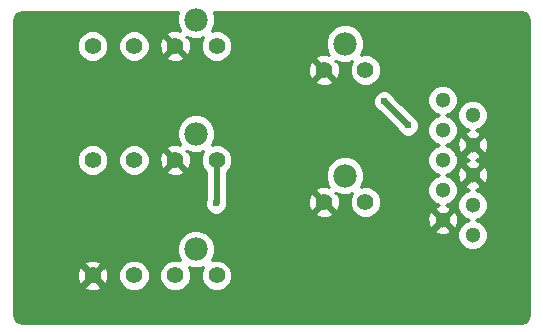
<source format=gbr>
G04 #@! TF.FileFunction,Copper,L2,Bot,Signal*
%FSLAX46Y46*%
G04 Gerber Fmt 4.6, Leading zero omitted, Abs format (unit mm)*
G04 Created by KiCad (PCBNEW 4.0.7-e2-6376~58~ubuntu16.04.1) date Mon Jan 22 14:14:19 2018*
%MOMM*%
%LPD*%
G01*
G04 APERTURE LIST*
%ADD10C,0.100000*%
%ADD11C,1.397000*%
%ADD12C,1.981000*%
%ADD13C,1.300000*%
%ADD14C,0.609600*%
%ADD15C,0.508000*%
%ADD16C,0.254000*%
G04 APERTURE END LIST*
D10*
D11*
X133195000Y-100457000D03*
X136695000Y-100457000D03*
D12*
X134945000Y-98227000D03*
D11*
X129695000Y-100457000D03*
X126195000Y-100457000D03*
D13*
X158369000Y-91948000D03*
X158369000Y-94488000D03*
X158369000Y-97028000D03*
X158369000Y-89408000D03*
X155829000Y-95758000D03*
X155829000Y-93218000D03*
X155829000Y-90678000D03*
X155829000Y-88138000D03*
X158369000Y-86868000D03*
X155829000Y-85598000D03*
D11*
X145796000Y-94234000D03*
X149296000Y-94234000D03*
D12*
X147546000Y-92004000D03*
D11*
X145796000Y-83058000D03*
X149296000Y-83058000D03*
D12*
X147546000Y-80828000D03*
D11*
X133195000Y-90678000D03*
X136695000Y-90678000D03*
D12*
X134945000Y-88448000D03*
D11*
X129695000Y-90678000D03*
X126195000Y-90678000D03*
X133195000Y-81026000D03*
X136695000Y-81026000D03*
D12*
X134945000Y-78796000D03*
D11*
X129695000Y-81026000D03*
X126195000Y-81026000D03*
D14*
X136652000Y-94361000D03*
X150876000Y-85725000D03*
X152908000Y-87757000D03*
D15*
X136695000Y-90678000D02*
X136695000Y-94318000D01*
X136695000Y-94318000D02*
X136652000Y-94361000D01*
X152908000Y-87757000D02*
X150876000Y-85725000D01*
D16*
G36*
X133319783Y-78471250D02*
X133319219Y-79117913D01*
X133566165Y-79715569D01*
X133608304Y-79757781D01*
X133387520Y-79680073D01*
X132857801Y-79708852D01*
X132502071Y-79856200D01*
X132440417Y-80091812D01*
X133195000Y-80846395D01*
X133209143Y-80832253D01*
X133388748Y-81011858D01*
X133374605Y-81026000D01*
X134129188Y-81780583D01*
X134364800Y-81718929D01*
X134540927Y-81218520D01*
X134512148Y-80688801D01*
X134364800Y-80333071D01*
X134129190Y-80271418D01*
X134167422Y-80233186D01*
X134620250Y-80421217D01*
X135266913Y-80421781D01*
X135550689Y-80304527D01*
X135361732Y-80759587D01*
X135361269Y-81290086D01*
X135563854Y-81780380D01*
X135938647Y-82155827D01*
X136428587Y-82359268D01*
X136959086Y-82359731D01*
X137449380Y-82157146D01*
X137482772Y-82123812D01*
X145041417Y-82123812D01*
X145796000Y-82878395D01*
X145810143Y-82864253D01*
X145989748Y-83043858D01*
X145975605Y-83058000D01*
X146730188Y-83812583D01*
X146965800Y-83750929D01*
X147141927Y-83250520D01*
X147113148Y-82720801D01*
X146965800Y-82365071D01*
X146730190Y-82303418D01*
X146768422Y-82265186D01*
X147221250Y-82453217D01*
X147867913Y-82453781D01*
X148151689Y-82336527D01*
X147962732Y-82791587D01*
X147962269Y-83322086D01*
X148164854Y-83812380D01*
X148539647Y-84187827D01*
X149029587Y-84391268D01*
X149560086Y-84391731D01*
X150050380Y-84189146D01*
X150425827Y-83814353D01*
X150629268Y-83324413D01*
X150629731Y-82793914D01*
X150427146Y-82303620D01*
X150052353Y-81928173D01*
X149562413Y-81724732D01*
X149031914Y-81724269D01*
X148890406Y-81782739D01*
X148923228Y-81749974D01*
X149171217Y-81152750D01*
X149171781Y-80506087D01*
X148924835Y-79908431D01*
X148467974Y-79450772D01*
X147870750Y-79202783D01*
X147224087Y-79202219D01*
X146626431Y-79449165D01*
X146168772Y-79906026D01*
X145920783Y-80503250D01*
X145920219Y-81149913D01*
X146167165Y-81747569D01*
X146209304Y-81789781D01*
X145988520Y-81712073D01*
X145458801Y-81740852D01*
X145103071Y-81888200D01*
X145041417Y-82123812D01*
X137482772Y-82123812D01*
X137824827Y-81782353D01*
X138028268Y-81292413D01*
X138028731Y-80761914D01*
X137826146Y-80271620D01*
X137451353Y-79896173D01*
X136961413Y-79692732D01*
X136430914Y-79692269D01*
X136289406Y-79750739D01*
X136322228Y-79717974D01*
X136570217Y-79120750D01*
X136570781Y-78474087D01*
X136449267Y-78180000D01*
X162490070Y-78180000D01*
X162768979Y-78235478D01*
X162946145Y-78353856D01*
X163064521Y-78531019D01*
X163120000Y-78809931D01*
X163120000Y-103816069D01*
X163064521Y-104094981D01*
X162946145Y-104272144D01*
X162768979Y-104390522D01*
X162490070Y-104446000D01*
X120211931Y-104446000D01*
X119933019Y-104390521D01*
X119755856Y-104272145D01*
X119637478Y-104094979D01*
X119582000Y-103816070D01*
X119582000Y-101391188D01*
X125440417Y-101391188D01*
X125502071Y-101626800D01*
X126002480Y-101802927D01*
X126532199Y-101774148D01*
X126887929Y-101626800D01*
X126949583Y-101391188D01*
X126195000Y-100636605D01*
X125440417Y-101391188D01*
X119582000Y-101391188D01*
X119582000Y-100264480D01*
X124849073Y-100264480D01*
X124877852Y-100794199D01*
X125025200Y-101149929D01*
X125260812Y-101211583D01*
X126015395Y-100457000D01*
X126374605Y-100457000D01*
X127129188Y-101211583D01*
X127364800Y-101149929D01*
X127515738Y-100721086D01*
X128361269Y-100721086D01*
X128563854Y-101211380D01*
X128938647Y-101586827D01*
X129428587Y-101790268D01*
X129959086Y-101790731D01*
X130449380Y-101588146D01*
X130824827Y-101213353D01*
X131028268Y-100723413D01*
X131028270Y-100721086D01*
X131861269Y-100721086D01*
X132063854Y-101211380D01*
X132438647Y-101586827D01*
X132928587Y-101790268D01*
X133459086Y-101790731D01*
X133949380Y-101588146D01*
X134324827Y-101213353D01*
X134528268Y-100723413D01*
X134528731Y-100192914D01*
X134339849Y-99735784D01*
X134620250Y-99852217D01*
X135266913Y-99852781D01*
X135550689Y-99735527D01*
X135361732Y-100190587D01*
X135361269Y-100721086D01*
X135563854Y-101211380D01*
X135938647Y-101586827D01*
X136428587Y-101790268D01*
X136959086Y-101790731D01*
X137449380Y-101588146D01*
X137824827Y-101213353D01*
X138028268Y-100723413D01*
X138028731Y-100192914D01*
X137826146Y-99702620D01*
X137451353Y-99327173D01*
X136961413Y-99123732D01*
X136430914Y-99123269D01*
X136289406Y-99181739D01*
X136322228Y-99148974D01*
X136570217Y-98551750D01*
X136570781Y-97905087D01*
X136323835Y-97307431D01*
X135866974Y-96849772D01*
X135402766Y-96657016D01*
X155109590Y-96657016D01*
X155165271Y-96887611D01*
X155648078Y-97055622D01*
X156158428Y-97026083D01*
X156492729Y-96887611D01*
X156548410Y-96657016D01*
X155829000Y-95937605D01*
X155109590Y-96657016D01*
X135402766Y-96657016D01*
X135269750Y-96601783D01*
X134623087Y-96601219D01*
X134025431Y-96848165D01*
X133567772Y-97305026D01*
X133319783Y-97902250D01*
X133319219Y-98548913D01*
X133566165Y-99146569D01*
X133601390Y-99181856D01*
X133461413Y-99123732D01*
X132930914Y-99123269D01*
X132440620Y-99325854D01*
X132065173Y-99700647D01*
X131861732Y-100190587D01*
X131861269Y-100721086D01*
X131028270Y-100721086D01*
X131028731Y-100192914D01*
X130826146Y-99702620D01*
X130451353Y-99327173D01*
X129961413Y-99123732D01*
X129430914Y-99123269D01*
X128940620Y-99325854D01*
X128565173Y-99700647D01*
X128361732Y-100190587D01*
X128361269Y-100721086D01*
X127515738Y-100721086D01*
X127540927Y-100649520D01*
X127512148Y-100119801D01*
X127364800Y-99764071D01*
X127129188Y-99702417D01*
X126374605Y-100457000D01*
X126015395Y-100457000D01*
X125260812Y-99702417D01*
X125025200Y-99764071D01*
X124849073Y-100264480D01*
X119582000Y-100264480D01*
X119582000Y-99522812D01*
X125440417Y-99522812D01*
X126195000Y-100277395D01*
X126949583Y-99522812D01*
X126887929Y-99287200D01*
X126387520Y-99111073D01*
X125857801Y-99139852D01*
X125502071Y-99287200D01*
X125440417Y-99522812D01*
X119582000Y-99522812D01*
X119582000Y-90942086D01*
X124861269Y-90942086D01*
X125063854Y-91432380D01*
X125438647Y-91807827D01*
X125928587Y-92011268D01*
X126459086Y-92011731D01*
X126949380Y-91809146D01*
X127324827Y-91434353D01*
X127528268Y-90944413D01*
X127528270Y-90942086D01*
X128361269Y-90942086D01*
X128563854Y-91432380D01*
X128938647Y-91807827D01*
X129428587Y-92011268D01*
X129959086Y-92011731D01*
X130449380Y-91809146D01*
X130646681Y-91612188D01*
X132440417Y-91612188D01*
X132502071Y-91847800D01*
X133002480Y-92023927D01*
X133532199Y-91995148D01*
X133887929Y-91847800D01*
X133949583Y-91612188D01*
X133195000Y-90857605D01*
X132440417Y-91612188D01*
X130646681Y-91612188D01*
X130824827Y-91434353D01*
X131028268Y-90944413D01*
X131028668Y-90485480D01*
X131849073Y-90485480D01*
X131877852Y-91015199D01*
X132025200Y-91370929D01*
X132260812Y-91432583D01*
X133015395Y-90678000D01*
X132260812Y-89923417D01*
X132025200Y-89985071D01*
X131849073Y-90485480D01*
X131028668Y-90485480D01*
X131028731Y-90413914D01*
X130826146Y-89923620D01*
X130646652Y-89743812D01*
X132440417Y-89743812D01*
X133195000Y-90498395D01*
X133209143Y-90484253D01*
X133388748Y-90663858D01*
X133374605Y-90678000D01*
X134129188Y-91432583D01*
X134364800Y-91370929D01*
X134540927Y-90870520D01*
X134512148Y-90340801D01*
X134364800Y-89985071D01*
X134129190Y-89923418D01*
X134167422Y-89885186D01*
X134620250Y-90073217D01*
X135266913Y-90073781D01*
X135550689Y-89956527D01*
X135361732Y-90411587D01*
X135361269Y-90942086D01*
X135563854Y-91432380D01*
X135806000Y-91674949D01*
X135806000Y-93947740D01*
X135712363Y-94173242D01*
X135712037Y-94547118D01*
X135854812Y-94892659D01*
X136118951Y-95157259D01*
X136464242Y-95300637D01*
X136838118Y-95300963D01*
X137159457Y-95168188D01*
X145041417Y-95168188D01*
X145103071Y-95403800D01*
X145603480Y-95579927D01*
X145655919Y-95577078D01*
X154531378Y-95577078D01*
X154560917Y-96087428D01*
X154699389Y-96421729D01*
X154929984Y-96477410D01*
X155649395Y-95758000D01*
X156008605Y-95758000D01*
X156728016Y-96477410D01*
X156958611Y-96421729D01*
X157126622Y-95938922D01*
X157097083Y-95428572D01*
X156958611Y-95094271D01*
X156728016Y-95038590D01*
X156008605Y-95758000D01*
X155649395Y-95758000D01*
X154929984Y-95038590D01*
X154699389Y-95094271D01*
X154531378Y-95577078D01*
X145655919Y-95577078D01*
X146133199Y-95551148D01*
X146488929Y-95403800D01*
X146550583Y-95168188D01*
X145796000Y-94413605D01*
X145041417Y-95168188D01*
X137159457Y-95168188D01*
X137183659Y-95158188D01*
X137448259Y-94894049D01*
X137591637Y-94548758D01*
X137591963Y-94174882D01*
X137584000Y-94155610D01*
X137584000Y-94041480D01*
X144450073Y-94041480D01*
X144478852Y-94571199D01*
X144626200Y-94926929D01*
X144861812Y-94988583D01*
X145616395Y-94234000D01*
X144861812Y-93479417D01*
X144626200Y-93541071D01*
X144450073Y-94041480D01*
X137584000Y-94041480D01*
X137584000Y-93299812D01*
X145041417Y-93299812D01*
X145796000Y-94054395D01*
X145810143Y-94040253D01*
X145989748Y-94219858D01*
X145975605Y-94234000D01*
X146730188Y-94988583D01*
X146965800Y-94926929D01*
X147141927Y-94426520D01*
X147113148Y-93896801D01*
X146965800Y-93541071D01*
X146730190Y-93479418D01*
X146768422Y-93441186D01*
X147221250Y-93629217D01*
X147867913Y-93629781D01*
X148151689Y-93512527D01*
X147962732Y-93967587D01*
X147962269Y-94498086D01*
X148164854Y-94988380D01*
X148539647Y-95363827D01*
X149029587Y-95567268D01*
X149560086Y-95567731D01*
X150050380Y-95365146D01*
X150425827Y-94990353D01*
X150629268Y-94500413D01*
X150629731Y-93969914D01*
X150427146Y-93479620D01*
X150052353Y-93104173D01*
X149562413Y-92900732D01*
X149031914Y-92900269D01*
X148890406Y-92958739D01*
X148923228Y-92925974D01*
X149171217Y-92328750D01*
X149171781Y-91682087D01*
X148924835Y-91084431D01*
X148467974Y-90626772D01*
X147870750Y-90378783D01*
X147224087Y-90378219D01*
X146626431Y-90625165D01*
X146168772Y-91082026D01*
X145920783Y-91679250D01*
X145920219Y-92325913D01*
X146167165Y-92923569D01*
X146209304Y-92965781D01*
X145988520Y-92888073D01*
X145458801Y-92916852D01*
X145103071Y-93064200D01*
X145041417Y-93299812D01*
X137584000Y-93299812D01*
X137584000Y-91674760D01*
X137824827Y-91434353D01*
X138028268Y-90944413D01*
X138028731Y-90413914D01*
X137826146Y-89923620D01*
X137451353Y-89548173D01*
X136961413Y-89344732D01*
X136430914Y-89344269D01*
X136289406Y-89402739D01*
X136322228Y-89369974D01*
X136570217Y-88772750D01*
X136570781Y-88126087D01*
X136323835Y-87528431D01*
X135866974Y-87070772D01*
X135269750Y-86822783D01*
X134623087Y-86822219D01*
X134025431Y-87069165D01*
X133567772Y-87526026D01*
X133319783Y-88123250D01*
X133319219Y-88769913D01*
X133566165Y-89367569D01*
X133608304Y-89409781D01*
X133387520Y-89332073D01*
X132857801Y-89360852D01*
X132502071Y-89508200D01*
X132440417Y-89743812D01*
X130646652Y-89743812D01*
X130451353Y-89548173D01*
X129961413Y-89344732D01*
X129430914Y-89344269D01*
X128940620Y-89546854D01*
X128565173Y-89921647D01*
X128361732Y-90411587D01*
X128361269Y-90942086D01*
X127528270Y-90942086D01*
X127528731Y-90413914D01*
X127326146Y-89923620D01*
X126951353Y-89548173D01*
X126461413Y-89344732D01*
X125930914Y-89344269D01*
X125440620Y-89546854D01*
X125065173Y-89921647D01*
X124861732Y-90411587D01*
X124861269Y-90942086D01*
X119582000Y-90942086D01*
X119582000Y-85911118D01*
X149936037Y-85911118D01*
X150078812Y-86256659D01*
X150342951Y-86521259D01*
X150466201Y-86572437D01*
X152060388Y-88166624D01*
X152110812Y-88288659D01*
X152374951Y-88553259D01*
X152720242Y-88696637D01*
X153094118Y-88696963D01*
X153439659Y-88554188D01*
X153704259Y-88290049D01*
X153847637Y-87944758D01*
X153847963Y-87570882D01*
X153705188Y-87225341D01*
X153441049Y-86960741D01*
X153317799Y-86909563D01*
X152260717Y-85852481D01*
X154543777Y-85852481D01*
X154738995Y-86324943D01*
X155100155Y-86686735D01*
X155537182Y-86868205D01*
X155102057Y-87047995D01*
X154740265Y-87409155D01*
X154544223Y-87881276D01*
X154543777Y-88392481D01*
X154738995Y-88864943D01*
X155100155Y-89226735D01*
X155537182Y-89408205D01*
X155102057Y-89587995D01*
X154740265Y-89949155D01*
X154544223Y-90421276D01*
X154543777Y-90932481D01*
X154738995Y-91404943D01*
X155100155Y-91766735D01*
X155537182Y-91948205D01*
X155102057Y-92127995D01*
X154740265Y-92489155D01*
X154544223Y-92961276D01*
X154543777Y-93472481D01*
X154738995Y-93944943D01*
X155100155Y-94306735D01*
X155536200Y-94487797D01*
X155499572Y-94489917D01*
X155165271Y-94628389D01*
X155109590Y-94858984D01*
X155829000Y-95578395D01*
X156548410Y-94858984D01*
X156520279Y-94742481D01*
X157083777Y-94742481D01*
X157278995Y-95214943D01*
X157640155Y-95576735D01*
X158077182Y-95758205D01*
X157642057Y-95937995D01*
X157280265Y-96299155D01*
X157084223Y-96771276D01*
X157083777Y-97282481D01*
X157278995Y-97754943D01*
X157640155Y-98116735D01*
X158112276Y-98312777D01*
X158623481Y-98313223D01*
X159095943Y-98118005D01*
X159457735Y-97756845D01*
X159653777Y-97284724D01*
X159654223Y-96773519D01*
X159459005Y-96301057D01*
X159097845Y-95939265D01*
X158660818Y-95757795D01*
X159095943Y-95578005D01*
X159457735Y-95216845D01*
X159653777Y-94744724D01*
X159654223Y-94233519D01*
X159459005Y-93761057D01*
X159097845Y-93399265D01*
X158661800Y-93218203D01*
X158698428Y-93216083D01*
X159032729Y-93077611D01*
X159088410Y-92847016D01*
X158369000Y-92127605D01*
X157649590Y-92847016D01*
X157705271Y-93077611D01*
X158091860Y-93212139D01*
X157642057Y-93397995D01*
X157280265Y-93759155D01*
X157084223Y-94231276D01*
X157083777Y-94742481D01*
X156520279Y-94742481D01*
X156492729Y-94628389D01*
X156106140Y-94493861D01*
X156555943Y-94308005D01*
X156917735Y-93946845D01*
X157113777Y-93474724D01*
X157114223Y-92963519D01*
X156919005Y-92491057D01*
X156557845Y-92129265D01*
X156120818Y-91947795D01*
X156555943Y-91768005D01*
X156556871Y-91767078D01*
X157071378Y-91767078D01*
X157100917Y-92277428D01*
X157239389Y-92611729D01*
X157469984Y-92667410D01*
X158189395Y-91948000D01*
X158548605Y-91948000D01*
X159268016Y-92667410D01*
X159498611Y-92611729D01*
X159666622Y-92128922D01*
X159637083Y-91618572D01*
X159498611Y-91284271D01*
X159268016Y-91228590D01*
X158548605Y-91948000D01*
X158189395Y-91948000D01*
X157469984Y-91228590D01*
X157239389Y-91284271D01*
X157071378Y-91767078D01*
X156556871Y-91767078D01*
X156917735Y-91406845D01*
X157113777Y-90934724D01*
X157114223Y-90423519D01*
X157066085Y-90307016D01*
X157649590Y-90307016D01*
X157705271Y-90537611D01*
X158103566Y-90676213D01*
X158039572Y-90679917D01*
X157705271Y-90818389D01*
X157649590Y-91048984D01*
X158369000Y-91768395D01*
X159088410Y-91048984D01*
X159032729Y-90818389D01*
X158634434Y-90679787D01*
X158698428Y-90676083D01*
X159032729Y-90537611D01*
X159088410Y-90307016D01*
X158369000Y-89587605D01*
X157649590Y-90307016D01*
X157066085Y-90307016D01*
X156919005Y-89951057D01*
X156557845Y-89589265D01*
X156120818Y-89407795D01*
X156555943Y-89228005D01*
X156556871Y-89227078D01*
X157071378Y-89227078D01*
X157100917Y-89737428D01*
X157239389Y-90071729D01*
X157469984Y-90127410D01*
X158189395Y-89408000D01*
X158548605Y-89408000D01*
X159268016Y-90127410D01*
X159498611Y-90071729D01*
X159666622Y-89588922D01*
X159637083Y-89078572D01*
X159498611Y-88744271D01*
X159268016Y-88688590D01*
X158548605Y-89408000D01*
X158189395Y-89408000D01*
X157469984Y-88688590D01*
X157239389Y-88744271D01*
X157071378Y-89227078D01*
X156556871Y-89227078D01*
X156917735Y-88866845D01*
X157113777Y-88394724D01*
X157114223Y-87883519D01*
X156919005Y-87411057D01*
X156630934Y-87122481D01*
X157083777Y-87122481D01*
X157278995Y-87594943D01*
X157640155Y-87956735D01*
X158076200Y-88137797D01*
X158039572Y-88139917D01*
X157705271Y-88278389D01*
X157649590Y-88508984D01*
X158369000Y-89228395D01*
X159088410Y-88508984D01*
X159032729Y-88278389D01*
X158646140Y-88143861D01*
X159095943Y-87958005D01*
X159457735Y-87596845D01*
X159653777Y-87124724D01*
X159654223Y-86613519D01*
X159459005Y-86141057D01*
X159097845Y-85779265D01*
X158625724Y-85583223D01*
X158114519Y-85582777D01*
X157642057Y-85777995D01*
X157280265Y-86139155D01*
X157084223Y-86611276D01*
X157083777Y-87122481D01*
X156630934Y-87122481D01*
X156557845Y-87049265D01*
X156120818Y-86867795D01*
X156555943Y-86688005D01*
X156917735Y-86326845D01*
X157113777Y-85854724D01*
X157114223Y-85343519D01*
X156919005Y-84871057D01*
X156557845Y-84509265D01*
X156085724Y-84313223D01*
X155574519Y-84312777D01*
X155102057Y-84507995D01*
X154740265Y-84869155D01*
X154544223Y-85341276D01*
X154543777Y-85852481D01*
X152260717Y-85852481D01*
X151723612Y-85315376D01*
X151673188Y-85193341D01*
X151409049Y-84928741D01*
X151063758Y-84785363D01*
X150689882Y-84785037D01*
X150344341Y-84927812D01*
X150079741Y-85191951D01*
X149936363Y-85537242D01*
X149936037Y-85911118D01*
X119582000Y-85911118D01*
X119582000Y-83992188D01*
X145041417Y-83992188D01*
X145103071Y-84227800D01*
X145603480Y-84403927D01*
X146133199Y-84375148D01*
X146488929Y-84227800D01*
X146550583Y-83992188D01*
X145796000Y-83237605D01*
X145041417Y-83992188D01*
X119582000Y-83992188D01*
X119582000Y-82865480D01*
X144450073Y-82865480D01*
X144478852Y-83395199D01*
X144626200Y-83750929D01*
X144861812Y-83812583D01*
X145616395Y-83058000D01*
X144861812Y-82303417D01*
X144626200Y-82365071D01*
X144450073Y-82865480D01*
X119582000Y-82865480D01*
X119582000Y-81290086D01*
X124861269Y-81290086D01*
X125063854Y-81780380D01*
X125438647Y-82155827D01*
X125928587Y-82359268D01*
X126459086Y-82359731D01*
X126949380Y-82157146D01*
X127324827Y-81782353D01*
X127528268Y-81292413D01*
X127528270Y-81290086D01*
X128361269Y-81290086D01*
X128563854Y-81780380D01*
X128938647Y-82155827D01*
X129428587Y-82359268D01*
X129959086Y-82359731D01*
X130449380Y-82157146D01*
X130646681Y-81960188D01*
X132440417Y-81960188D01*
X132502071Y-82195800D01*
X133002480Y-82371927D01*
X133532199Y-82343148D01*
X133887929Y-82195800D01*
X133949583Y-81960188D01*
X133195000Y-81205605D01*
X132440417Y-81960188D01*
X130646681Y-81960188D01*
X130824827Y-81782353D01*
X131028268Y-81292413D01*
X131028668Y-80833480D01*
X131849073Y-80833480D01*
X131877852Y-81363199D01*
X132025200Y-81718929D01*
X132260812Y-81780583D01*
X133015395Y-81026000D01*
X132260812Y-80271417D01*
X132025200Y-80333071D01*
X131849073Y-80833480D01*
X131028668Y-80833480D01*
X131028731Y-80761914D01*
X130826146Y-80271620D01*
X130451353Y-79896173D01*
X129961413Y-79692732D01*
X129430914Y-79692269D01*
X128940620Y-79894854D01*
X128565173Y-80269647D01*
X128361732Y-80759587D01*
X128361269Y-81290086D01*
X127528270Y-81290086D01*
X127528731Y-80761914D01*
X127326146Y-80271620D01*
X126951353Y-79896173D01*
X126461413Y-79692732D01*
X125930914Y-79692269D01*
X125440620Y-79894854D01*
X125065173Y-80269647D01*
X124861732Y-80759587D01*
X124861269Y-81290086D01*
X119582000Y-81290086D01*
X119582000Y-78809930D01*
X119637478Y-78531021D01*
X119755856Y-78353855D01*
X119933019Y-78235479D01*
X120211931Y-78180000D01*
X133440721Y-78180000D01*
X133319783Y-78471250D01*
X133319783Y-78471250D01*
G37*
X133319783Y-78471250D02*
X133319219Y-79117913D01*
X133566165Y-79715569D01*
X133608304Y-79757781D01*
X133387520Y-79680073D01*
X132857801Y-79708852D01*
X132502071Y-79856200D01*
X132440417Y-80091812D01*
X133195000Y-80846395D01*
X133209143Y-80832253D01*
X133388748Y-81011858D01*
X133374605Y-81026000D01*
X134129188Y-81780583D01*
X134364800Y-81718929D01*
X134540927Y-81218520D01*
X134512148Y-80688801D01*
X134364800Y-80333071D01*
X134129190Y-80271418D01*
X134167422Y-80233186D01*
X134620250Y-80421217D01*
X135266913Y-80421781D01*
X135550689Y-80304527D01*
X135361732Y-80759587D01*
X135361269Y-81290086D01*
X135563854Y-81780380D01*
X135938647Y-82155827D01*
X136428587Y-82359268D01*
X136959086Y-82359731D01*
X137449380Y-82157146D01*
X137482772Y-82123812D01*
X145041417Y-82123812D01*
X145796000Y-82878395D01*
X145810143Y-82864253D01*
X145989748Y-83043858D01*
X145975605Y-83058000D01*
X146730188Y-83812583D01*
X146965800Y-83750929D01*
X147141927Y-83250520D01*
X147113148Y-82720801D01*
X146965800Y-82365071D01*
X146730190Y-82303418D01*
X146768422Y-82265186D01*
X147221250Y-82453217D01*
X147867913Y-82453781D01*
X148151689Y-82336527D01*
X147962732Y-82791587D01*
X147962269Y-83322086D01*
X148164854Y-83812380D01*
X148539647Y-84187827D01*
X149029587Y-84391268D01*
X149560086Y-84391731D01*
X150050380Y-84189146D01*
X150425827Y-83814353D01*
X150629268Y-83324413D01*
X150629731Y-82793914D01*
X150427146Y-82303620D01*
X150052353Y-81928173D01*
X149562413Y-81724732D01*
X149031914Y-81724269D01*
X148890406Y-81782739D01*
X148923228Y-81749974D01*
X149171217Y-81152750D01*
X149171781Y-80506087D01*
X148924835Y-79908431D01*
X148467974Y-79450772D01*
X147870750Y-79202783D01*
X147224087Y-79202219D01*
X146626431Y-79449165D01*
X146168772Y-79906026D01*
X145920783Y-80503250D01*
X145920219Y-81149913D01*
X146167165Y-81747569D01*
X146209304Y-81789781D01*
X145988520Y-81712073D01*
X145458801Y-81740852D01*
X145103071Y-81888200D01*
X145041417Y-82123812D01*
X137482772Y-82123812D01*
X137824827Y-81782353D01*
X138028268Y-81292413D01*
X138028731Y-80761914D01*
X137826146Y-80271620D01*
X137451353Y-79896173D01*
X136961413Y-79692732D01*
X136430914Y-79692269D01*
X136289406Y-79750739D01*
X136322228Y-79717974D01*
X136570217Y-79120750D01*
X136570781Y-78474087D01*
X136449267Y-78180000D01*
X162490070Y-78180000D01*
X162768979Y-78235478D01*
X162946145Y-78353856D01*
X163064521Y-78531019D01*
X163120000Y-78809931D01*
X163120000Y-103816069D01*
X163064521Y-104094981D01*
X162946145Y-104272144D01*
X162768979Y-104390522D01*
X162490070Y-104446000D01*
X120211931Y-104446000D01*
X119933019Y-104390521D01*
X119755856Y-104272145D01*
X119637478Y-104094979D01*
X119582000Y-103816070D01*
X119582000Y-101391188D01*
X125440417Y-101391188D01*
X125502071Y-101626800D01*
X126002480Y-101802927D01*
X126532199Y-101774148D01*
X126887929Y-101626800D01*
X126949583Y-101391188D01*
X126195000Y-100636605D01*
X125440417Y-101391188D01*
X119582000Y-101391188D01*
X119582000Y-100264480D01*
X124849073Y-100264480D01*
X124877852Y-100794199D01*
X125025200Y-101149929D01*
X125260812Y-101211583D01*
X126015395Y-100457000D01*
X126374605Y-100457000D01*
X127129188Y-101211583D01*
X127364800Y-101149929D01*
X127515738Y-100721086D01*
X128361269Y-100721086D01*
X128563854Y-101211380D01*
X128938647Y-101586827D01*
X129428587Y-101790268D01*
X129959086Y-101790731D01*
X130449380Y-101588146D01*
X130824827Y-101213353D01*
X131028268Y-100723413D01*
X131028270Y-100721086D01*
X131861269Y-100721086D01*
X132063854Y-101211380D01*
X132438647Y-101586827D01*
X132928587Y-101790268D01*
X133459086Y-101790731D01*
X133949380Y-101588146D01*
X134324827Y-101213353D01*
X134528268Y-100723413D01*
X134528731Y-100192914D01*
X134339849Y-99735784D01*
X134620250Y-99852217D01*
X135266913Y-99852781D01*
X135550689Y-99735527D01*
X135361732Y-100190587D01*
X135361269Y-100721086D01*
X135563854Y-101211380D01*
X135938647Y-101586827D01*
X136428587Y-101790268D01*
X136959086Y-101790731D01*
X137449380Y-101588146D01*
X137824827Y-101213353D01*
X138028268Y-100723413D01*
X138028731Y-100192914D01*
X137826146Y-99702620D01*
X137451353Y-99327173D01*
X136961413Y-99123732D01*
X136430914Y-99123269D01*
X136289406Y-99181739D01*
X136322228Y-99148974D01*
X136570217Y-98551750D01*
X136570781Y-97905087D01*
X136323835Y-97307431D01*
X135866974Y-96849772D01*
X135402766Y-96657016D01*
X155109590Y-96657016D01*
X155165271Y-96887611D01*
X155648078Y-97055622D01*
X156158428Y-97026083D01*
X156492729Y-96887611D01*
X156548410Y-96657016D01*
X155829000Y-95937605D01*
X155109590Y-96657016D01*
X135402766Y-96657016D01*
X135269750Y-96601783D01*
X134623087Y-96601219D01*
X134025431Y-96848165D01*
X133567772Y-97305026D01*
X133319783Y-97902250D01*
X133319219Y-98548913D01*
X133566165Y-99146569D01*
X133601390Y-99181856D01*
X133461413Y-99123732D01*
X132930914Y-99123269D01*
X132440620Y-99325854D01*
X132065173Y-99700647D01*
X131861732Y-100190587D01*
X131861269Y-100721086D01*
X131028270Y-100721086D01*
X131028731Y-100192914D01*
X130826146Y-99702620D01*
X130451353Y-99327173D01*
X129961413Y-99123732D01*
X129430914Y-99123269D01*
X128940620Y-99325854D01*
X128565173Y-99700647D01*
X128361732Y-100190587D01*
X128361269Y-100721086D01*
X127515738Y-100721086D01*
X127540927Y-100649520D01*
X127512148Y-100119801D01*
X127364800Y-99764071D01*
X127129188Y-99702417D01*
X126374605Y-100457000D01*
X126015395Y-100457000D01*
X125260812Y-99702417D01*
X125025200Y-99764071D01*
X124849073Y-100264480D01*
X119582000Y-100264480D01*
X119582000Y-99522812D01*
X125440417Y-99522812D01*
X126195000Y-100277395D01*
X126949583Y-99522812D01*
X126887929Y-99287200D01*
X126387520Y-99111073D01*
X125857801Y-99139852D01*
X125502071Y-99287200D01*
X125440417Y-99522812D01*
X119582000Y-99522812D01*
X119582000Y-90942086D01*
X124861269Y-90942086D01*
X125063854Y-91432380D01*
X125438647Y-91807827D01*
X125928587Y-92011268D01*
X126459086Y-92011731D01*
X126949380Y-91809146D01*
X127324827Y-91434353D01*
X127528268Y-90944413D01*
X127528270Y-90942086D01*
X128361269Y-90942086D01*
X128563854Y-91432380D01*
X128938647Y-91807827D01*
X129428587Y-92011268D01*
X129959086Y-92011731D01*
X130449380Y-91809146D01*
X130646681Y-91612188D01*
X132440417Y-91612188D01*
X132502071Y-91847800D01*
X133002480Y-92023927D01*
X133532199Y-91995148D01*
X133887929Y-91847800D01*
X133949583Y-91612188D01*
X133195000Y-90857605D01*
X132440417Y-91612188D01*
X130646681Y-91612188D01*
X130824827Y-91434353D01*
X131028268Y-90944413D01*
X131028668Y-90485480D01*
X131849073Y-90485480D01*
X131877852Y-91015199D01*
X132025200Y-91370929D01*
X132260812Y-91432583D01*
X133015395Y-90678000D01*
X132260812Y-89923417D01*
X132025200Y-89985071D01*
X131849073Y-90485480D01*
X131028668Y-90485480D01*
X131028731Y-90413914D01*
X130826146Y-89923620D01*
X130646652Y-89743812D01*
X132440417Y-89743812D01*
X133195000Y-90498395D01*
X133209143Y-90484253D01*
X133388748Y-90663858D01*
X133374605Y-90678000D01*
X134129188Y-91432583D01*
X134364800Y-91370929D01*
X134540927Y-90870520D01*
X134512148Y-90340801D01*
X134364800Y-89985071D01*
X134129190Y-89923418D01*
X134167422Y-89885186D01*
X134620250Y-90073217D01*
X135266913Y-90073781D01*
X135550689Y-89956527D01*
X135361732Y-90411587D01*
X135361269Y-90942086D01*
X135563854Y-91432380D01*
X135806000Y-91674949D01*
X135806000Y-93947740D01*
X135712363Y-94173242D01*
X135712037Y-94547118D01*
X135854812Y-94892659D01*
X136118951Y-95157259D01*
X136464242Y-95300637D01*
X136838118Y-95300963D01*
X137159457Y-95168188D01*
X145041417Y-95168188D01*
X145103071Y-95403800D01*
X145603480Y-95579927D01*
X145655919Y-95577078D01*
X154531378Y-95577078D01*
X154560917Y-96087428D01*
X154699389Y-96421729D01*
X154929984Y-96477410D01*
X155649395Y-95758000D01*
X156008605Y-95758000D01*
X156728016Y-96477410D01*
X156958611Y-96421729D01*
X157126622Y-95938922D01*
X157097083Y-95428572D01*
X156958611Y-95094271D01*
X156728016Y-95038590D01*
X156008605Y-95758000D01*
X155649395Y-95758000D01*
X154929984Y-95038590D01*
X154699389Y-95094271D01*
X154531378Y-95577078D01*
X145655919Y-95577078D01*
X146133199Y-95551148D01*
X146488929Y-95403800D01*
X146550583Y-95168188D01*
X145796000Y-94413605D01*
X145041417Y-95168188D01*
X137159457Y-95168188D01*
X137183659Y-95158188D01*
X137448259Y-94894049D01*
X137591637Y-94548758D01*
X137591963Y-94174882D01*
X137584000Y-94155610D01*
X137584000Y-94041480D01*
X144450073Y-94041480D01*
X144478852Y-94571199D01*
X144626200Y-94926929D01*
X144861812Y-94988583D01*
X145616395Y-94234000D01*
X144861812Y-93479417D01*
X144626200Y-93541071D01*
X144450073Y-94041480D01*
X137584000Y-94041480D01*
X137584000Y-93299812D01*
X145041417Y-93299812D01*
X145796000Y-94054395D01*
X145810143Y-94040253D01*
X145989748Y-94219858D01*
X145975605Y-94234000D01*
X146730188Y-94988583D01*
X146965800Y-94926929D01*
X147141927Y-94426520D01*
X147113148Y-93896801D01*
X146965800Y-93541071D01*
X146730190Y-93479418D01*
X146768422Y-93441186D01*
X147221250Y-93629217D01*
X147867913Y-93629781D01*
X148151689Y-93512527D01*
X147962732Y-93967587D01*
X147962269Y-94498086D01*
X148164854Y-94988380D01*
X148539647Y-95363827D01*
X149029587Y-95567268D01*
X149560086Y-95567731D01*
X150050380Y-95365146D01*
X150425827Y-94990353D01*
X150629268Y-94500413D01*
X150629731Y-93969914D01*
X150427146Y-93479620D01*
X150052353Y-93104173D01*
X149562413Y-92900732D01*
X149031914Y-92900269D01*
X148890406Y-92958739D01*
X148923228Y-92925974D01*
X149171217Y-92328750D01*
X149171781Y-91682087D01*
X148924835Y-91084431D01*
X148467974Y-90626772D01*
X147870750Y-90378783D01*
X147224087Y-90378219D01*
X146626431Y-90625165D01*
X146168772Y-91082026D01*
X145920783Y-91679250D01*
X145920219Y-92325913D01*
X146167165Y-92923569D01*
X146209304Y-92965781D01*
X145988520Y-92888073D01*
X145458801Y-92916852D01*
X145103071Y-93064200D01*
X145041417Y-93299812D01*
X137584000Y-93299812D01*
X137584000Y-91674760D01*
X137824827Y-91434353D01*
X138028268Y-90944413D01*
X138028731Y-90413914D01*
X137826146Y-89923620D01*
X137451353Y-89548173D01*
X136961413Y-89344732D01*
X136430914Y-89344269D01*
X136289406Y-89402739D01*
X136322228Y-89369974D01*
X136570217Y-88772750D01*
X136570781Y-88126087D01*
X136323835Y-87528431D01*
X135866974Y-87070772D01*
X135269750Y-86822783D01*
X134623087Y-86822219D01*
X134025431Y-87069165D01*
X133567772Y-87526026D01*
X133319783Y-88123250D01*
X133319219Y-88769913D01*
X133566165Y-89367569D01*
X133608304Y-89409781D01*
X133387520Y-89332073D01*
X132857801Y-89360852D01*
X132502071Y-89508200D01*
X132440417Y-89743812D01*
X130646652Y-89743812D01*
X130451353Y-89548173D01*
X129961413Y-89344732D01*
X129430914Y-89344269D01*
X128940620Y-89546854D01*
X128565173Y-89921647D01*
X128361732Y-90411587D01*
X128361269Y-90942086D01*
X127528270Y-90942086D01*
X127528731Y-90413914D01*
X127326146Y-89923620D01*
X126951353Y-89548173D01*
X126461413Y-89344732D01*
X125930914Y-89344269D01*
X125440620Y-89546854D01*
X125065173Y-89921647D01*
X124861732Y-90411587D01*
X124861269Y-90942086D01*
X119582000Y-90942086D01*
X119582000Y-85911118D01*
X149936037Y-85911118D01*
X150078812Y-86256659D01*
X150342951Y-86521259D01*
X150466201Y-86572437D01*
X152060388Y-88166624D01*
X152110812Y-88288659D01*
X152374951Y-88553259D01*
X152720242Y-88696637D01*
X153094118Y-88696963D01*
X153439659Y-88554188D01*
X153704259Y-88290049D01*
X153847637Y-87944758D01*
X153847963Y-87570882D01*
X153705188Y-87225341D01*
X153441049Y-86960741D01*
X153317799Y-86909563D01*
X152260717Y-85852481D01*
X154543777Y-85852481D01*
X154738995Y-86324943D01*
X155100155Y-86686735D01*
X155537182Y-86868205D01*
X155102057Y-87047995D01*
X154740265Y-87409155D01*
X154544223Y-87881276D01*
X154543777Y-88392481D01*
X154738995Y-88864943D01*
X155100155Y-89226735D01*
X155537182Y-89408205D01*
X155102057Y-89587995D01*
X154740265Y-89949155D01*
X154544223Y-90421276D01*
X154543777Y-90932481D01*
X154738995Y-91404943D01*
X155100155Y-91766735D01*
X155537182Y-91948205D01*
X155102057Y-92127995D01*
X154740265Y-92489155D01*
X154544223Y-92961276D01*
X154543777Y-93472481D01*
X154738995Y-93944943D01*
X155100155Y-94306735D01*
X155536200Y-94487797D01*
X155499572Y-94489917D01*
X155165271Y-94628389D01*
X155109590Y-94858984D01*
X155829000Y-95578395D01*
X156548410Y-94858984D01*
X156520279Y-94742481D01*
X157083777Y-94742481D01*
X157278995Y-95214943D01*
X157640155Y-95576735D01*
X158077182Y-95758205D01*
X157642057Y-95937995D01*
X157280265Y-96299155D01*
X157084223Y-96771276D01*
X157083777Y-97282481D01*
X157278995Y-97754943D01*
X157640155Y-98116735D01*
X158112276Y-98312777D01*
X158623481Y-98313223D01*
X159095943Y-98118005D01*
X159457735Y-97756845D01*
X159653777Y-97284724D01*
X159654223Y-96773519D01*
X159459005Y-96301057D01*
X159097845Y-95939265D01*
X158660818Y-95757795D01*
X159095943Y-95578005D01*
X159457735Y-95216845D01*
X159653777Y-94744724D01*
X159654223Y-94233519D01*
X159459005Y-93761057D01*
X159097845Y-93399265D01*
X158661800Y-93218203D01*
X158698428Y-93216083D01*
X159032729Y-93077611D01*
X159088410Y-92847016D01*
X158369000Y-92127605D01*
X157649590Y-92847016D01*
X157705271Y-93077611D01*
X158091860Y-93212139D01*
X157642057Y-93397995D01*
X157280265Y-93759155D01*
X157084223Y-94231276D01*
X157083777Y-94742481D01*
X156520279Y-94742481D01*
X156492729Y-94628389D01*
X156106140Y-94493861D01*
X156555943Y-94308005D01*
X156917735Y-93946845D01*
X157113777Y-93474724D01*
X157114223Y-92963519D01*
X156919005Y-92491057D01*
X156557845Y-92129265D01*
X156120818Y-91947795D01*
X156555943Y-91768005D01*
X156556871Y-91767078D01*
X157071378Y-91767078D01*
X157100917Y-92277428D01*
X157239389Y-92611729D01*
X157469984Y-92667410D01*
X158189395Y-91948000D01*
X158548605Y-91948000D01*
X159268016Y-92667410D01*
X159498611Y-92611729D01*
X159666622Y-92128922D01*
X159637083Y-91618572D01*
X159498611Y-91284271D01*
X159268016Y-91228590D01*
X158548605Y-91948000D01*
X158189395Y-91948000D01*
X157469984Y-91228590D01*
X157239389Y-91284271D01*
X157071378Y-91767078D01*
X156556871Y-91767078D01*
X156917735Y-91406845D01*
X157113777Y-90934724D01*
X157114223Y-90423519D01*
X157066085Y-90307016D01*
X157649590Y-90307016D01*
X157705271Y-90537611D01*
X158103566Y-90676213D01*
X158039572Y-90679917D01*
X157705271Y-90818389D01*
X157649590Y-91048984D01*
X158369000Y-91768395D01*
X159088410Y-91048984D01*
X159032729Y-90818389D01*
X158634434Y-90679787D01*
X158698428Y-90676083D01*
X159032729Y-90537611D01*
X159088410Y-90307016D01*
X158369000Y-89587605D01*
X157649590Y-90307016D01*
X157066085Y-90307016D01*
X156919005Y-89951057D01*
X156557845Y-89589265D01*
X156120818Y-89407795D01*
X156555943Y-89228005D01*
X156556871Y-89227078D01*
X157071378Y-89227078D01*
X157100917Y-89737428D01*
X157239389Y-90071729D01*
X157469984Y-90127410D01*
X158189395Y-89408000D01*
X158548605Y-89408000D01*
X159268016Y-90127410D01*
X159498611Y-90071729D01*
X159666622Y-89588922D01*
X159637083Y-89078572D01*
X159498611Y-88744271D01*
X159268016Y-88688590D01*
X158548605Y-89408000D01*
X158189395Y-89408000D01*
X157469984Y-88688590D01*
X157239389Y-88744271D01*
X157071378Y-89227078D01*
X156556871Y-89227078D01*
X156917735Y-88866845D01*
X157113777Y-88394724D01*
X157114223Y-87883519D01*
X156919005Y-87411057D01*
X156630934Y-87122481D01*
X157083777Y-87122481D01*
X157278995Y-87594943D01*
X157640155Y-87956735D01*
X158076200Y-88137797D01*
X158039572Y-88139917D01*
X157705271Y-88278389D01*
X157649590Y-88508984D01*
X158369000Y-89228395D01*
X159088410Y-88508984D01*
X159032729Y-88278389D01*
X158646140Y-88143861D01*
X159095943Y-87958005D01*
X159457735Y-87596845D01*
X159653777Y-87124724D01*
X159654223Y-86613519D01*
X159459005Y-86141057D01*
X159097845Y-85779265D01*
X158625724Y-85583223D01*
X158114519Y-85582777D01*
X157642057Y-85777995D01*
X157280265Y-86139155D01*
X157084223Y-86611276D01*
X157083777Y-87122481D01*
X156630934Y-87122481D01*
X156557845Y-87049265D01*
X156120818Y-86867795D01*
X156555943Y-86688005D01*
X156917735Y-86326845D01*
X157113777Y-85854724D01*
X157114223Y-85343519D01*
X156919005Y-84871057D01*
X156557845Y-84509265D01*
X156085724Y-84313223D01*
X155574519Y-84312777D01*
X155102057Y-84507995D01*
X154740265Y-84869155D01*
X154544223Y-85341276D01*
X154543777Y-85852481D01*
X152260717Y-85852481D01*
X151723612Y-85315376D01*
X151673188Y-85193341D01*
X151409049Y-84928741D01*
X151063758Y-84785363D01*
X150689882Y-84785037D01*
X150344341Y-84927812D01*
X150079741Y-85191951D01*
X149936363Y-85537242D01*
X149936037Y-85911118D01*
X119582000Y-85911118D01*
X119582000Y-83992188D01*
X145041417Y-83992188D01*
X145103071Y-84227800D01*
X145603480Y-84403927D01*
X146133199Y-84375148D01*
X146488929Y-84227800D01*
X146550583Y-83992188D01*
X145796000Y-83237605D01*
X145041417Y-83992188D01*
X119582000Y-83992188D01*
X119582000Y-82865480D01*
X144450073Y-82865480D01*
X144478852Y-83395199D01*
X144626200Y-83750929D01*
X144861812Y-83812583D01*
X145616395Y-83058000D01*
X144861812Y-82303417D01*
X144626200Y-82365071D01*
X144450073Y-82865480D01*
X119582000Y-82865480D01*
X119582000Y-81290086D01*
X124861269Y-81290086D01*
X125063854Y-81780380D01*
X125438647Y-82155827D01*
X125928587Y-82359268D01*
X126459086Y-82359731D01*
X126949380Y-82157146D01*
X127324827Y-81782353D01*
X127528268Y-81292413D01*
X127528270Y-81290086D01*
X128361269Y-81290086D01*
X128563854Y-81780380D01*
X128938647Y-82155827D01*
X129428587Y-82359268D01*
X129959086Y-82359731D01*
X130449380Y-82157146D01*
X130646681Y-81960188D01*
X132440417Y-81960188D01*
X132502071Y-82195800D01*
X133002480Y-82371927D01*
X133532199Y-82343148D01*
X133887929Y-82195800D01*
X133949583Y-81960188D01*
X133195000Y-81205605D01*
X132440417Y-81960188D01*
X130646681Y-81960188D01*
X130824827Y-81782353D01*
X131028268Y-81292413D01*
X131028668Y-80833480D01*
X131849073Y-80833480D01*
X131877852Y-81363199D01*
X132025200Y-81718929D01*
X132260812Y-81780583D01*
X133015395Y-81026000D01*
X132260812Y-80271417D01*
X132025200Y-80333071D01*
X131849073Y-80833480D01*
X131028668Y-80833480D01*
X131028731Y-80761914D01*
X130826146Y-80271620D01*
X130451353Y-79896173D01*
X129961413Y-79692732D01*
X129430914Y-79692269D01*
X128940620Y-79894854D01*
X128565173Y-80269647D01*
X128361732Y-80759587D01*
X128361269Y-81290086D01*
X127528270Y-81290086D01*
X127528731Y-80761914D01*
X127326146Y-80271620D01*
X126951353Y-79896173D01*
X126461413Y-79692732D01*
X125930914Y-79692269D01*
X125440620Y-79894854D01*
X125065173Y-80269647D01*
X124861732Y-80759587D01*
X124861269Y-81290086D01*
X119582000Y-81290086D01*
X119582000Y-78809930D01*
X119637478Y-78531021D01*
X119755856Y-78353855D01*
X119933019Y-78235479D01*
X120211931Y-78180000D01*
X133440721Y-78180000D01*
X133319783Y-78471250D01*
M02*

</source>
